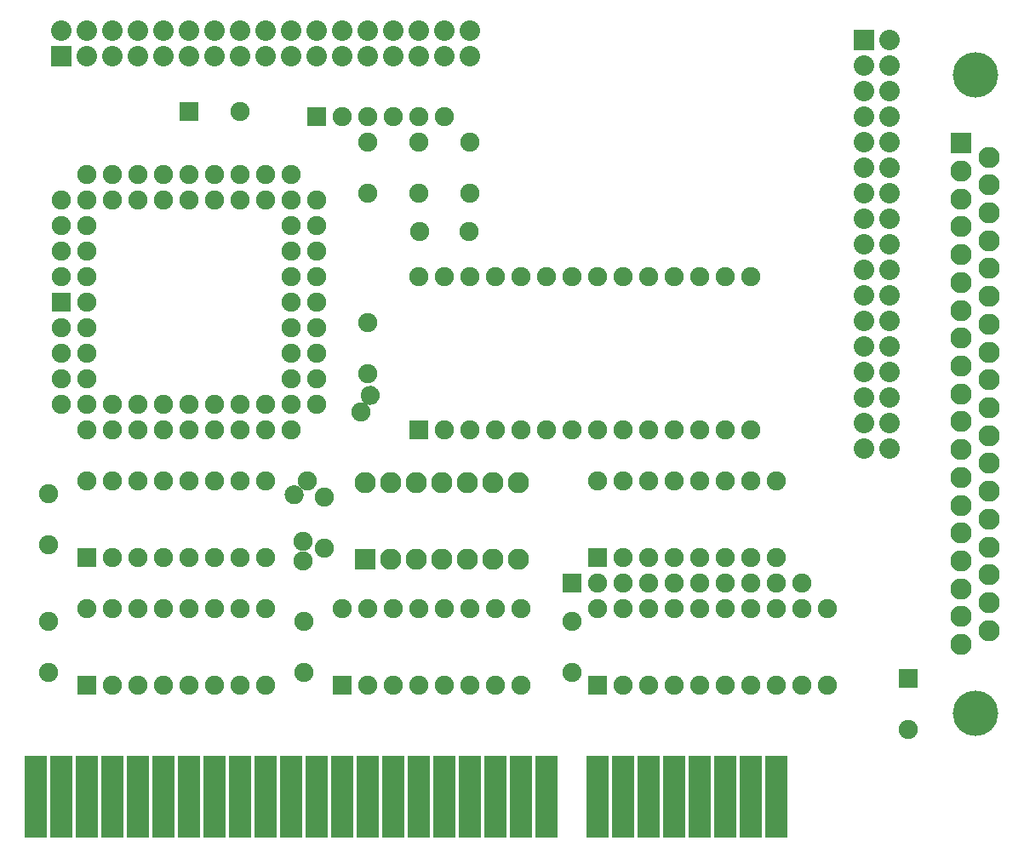
<source format=gts>
%TF.GenerationSoftware,KiCad,Pcbnew,(5.1.6-0)*%
%TF.CreationDate,2020-08-03T06:06:21-05:00*%
%TF.ProjectId,isa_fdc.kicad_DB37-v3_pcb,6973615f-6664-4632-9e6b-696361645f44,rev?*%
%TF.SameCoordinates,Original*%
%TF.FileFunction,Soldermask,Top*%
%TF.FilePolarity,Negative*%
%FSLAX46Y46*%
G04 Gerber Fmt 4.6, Leading zero omitted, Abs format (unit mm)*
G04 Created by KiCad (PCBNEW (5.1.6-0)) date 2020-08-03 06:06:21*
%MOMM*%
%LPD*%
G01*
G04 APERTURE LIST*
%ADD10C,1.908000*%
%ADD11C,4.508000*%
%ADD12C,2.108000*%
%ADD13R,2.108000X2.108000*%
%ADD14C,2.032000*%
%ADD15R,2.032000X2.032000*%
%ADD16O,1.908000X1.908000*%
%ADD17O,2.108000X2.108000*%
%ADD18C,1.905000*%
%ADD19R,1.905000X1.905000*%
%ADD20R,2.286000X8.128000*%
G04 APERTURE END LIST*
D10*
%TO.C,R3*%
X136440000Y-92220000D03*
G36*
G01*
X136913000Y-91400740D02*
X136913000Y-91400740D01*
G75*
G02*
X136563812Y-90097552I477000J826188D01*
G01*
X136563812Y-90097552D01*
G75*
G02*
X137867000Y-89748364I826188J-477000D01*
G01*
X137867000Y-89748364D01*
G75*
G02*
X138216188Y-91051552I-477000J-826188D01*
G01*
X138216188Y-91051552D01*
G75*
G02*
X136913000Y-91400740I-826188J477000D01*
G01*
G37*
%TD*%
D11*
%TO.C,P2*%
X197570000Y-58670000D03*
X197570000Y-122170000D03*
D12*
X198990000Y-113965000D03*
X198990000Y-111195000D03*
X198990000Y-108425000D03*
X198990000Y-105655000D03*
X198990000Y-102885000D03*
X198990000Y-100115000D03*
X198990000Y-97345000D03*
X198990000Y-94575000D03*
X198990000Y-91805000D03*
X198990000Y-89035000D03*
X198990000Y-86265000D03*
X198990000Y-83495000D03*
X198990000Y-80725000D03*
X198990000Y-77955000D03*
X198990000Y-75185000D03*
X198990000Y-72415000D03*
X198990000Y-69645000D03*
X198990000Y-66875000D03*
X196150000Y-115350000D03*
X196150000Y-112580000D03*
X196150000Y-109810000D03*
X196150000Y-107040000D03*
X196150000Y-104270000D03*
X196150000Y-101500000D03*
X196150000Y-98730000D03*
X196150000Y-95960000D03*
X196150000Y-93190000D03*
X196150000Y-90420000D03*
X196150000Y-87650000D03*
X196150000Y-84880000D03*
X196150000Y-82110000D03*
X196150000Y-79340000D03*
X196150000Y-76570000D03*
X196150000Y-73800000D03*
X196150000Y-71030000D03*
X196150000Y-68260000D03*
D13*
X196150000Y-65490000D03*
%TD*%
D14*
%TO.C,P3*%
X189010000Y-95870000D03*
X186470000Y-95870000D03*
X189010000Y-93330000D03*
X186470000Y-93330000D03*
X186470000Y-90790000D03*
X189010000Y-90790000D03*
X186470000Y-88250000D03*
X189010000Y-88250000D03*
X189010000Y-85710000D03*
X186470000Y-85710000D03*
X189010000Y-83170000D03*
X186470000Y-83170000D03*
X189010000Y-80630000D03*
X186470000Y-80630000D03*
X189010000Y-78090000D03*
X186470000Y-78090000D03*
X189010000Y-75550000D03*
X186470000Y-75550000D03*
X189010000Y-73010000D03*
X186470000Y-73010000D03*
X189010000Y-70470000D03*
X186470000Y-70470000D03*
X189010000Y-67930000D03*
X186470000Y-67930000D03*
X189010000Y-65390000D03*
X186470000Y-65390000D03*
X189010000Y-62850000D03*
X186470000Y-62850000D03*
X189010000Y-60310000D03*
X186470000Y-60310000D03*
X189010000Y-57770000D03*
X186470000Y-57770000D03*
X189010000Y-55230000D03*
D15*
X186470000Y-55230000D03*
%TD*%
D10*
%TO.C,R2*%
X130690000Y-105120000D03*
D16*
X130690000Y-107020000D03*
%TD*%
%TO.C,R1*%
G36*
G01*
X130501077Y-99778923D02*
X130501077Y-99778923D01*
G75*
G02*
X130501077Y-101128083I-674580J-674580D01*
G01*
X130501077Y-101128083D01*
G75*
G02*
X129151917Y-101128083I-674580J674580D01*
G01*
X129151917Y-101128083D01*
G75*
G02*
X129151917Y-99778923I674580J674580D01*
G01*
X129151917Y-99778923D01*
G75*
G02*
X130501077Y-99778923I674580J-674580D01*
G01*
G37*
D10*
X131170000Y-99110000D03*
%TD*%
D13*
%TO.C,U2*%
X136880000Y-106910000D03*
D17*
X152120000Y-99290000D03*
X139420000Y-106910000D03*
X149580000Y-99290000D03*
X141960000Y-106910000D03*
X147040000Y-99290000D03*
X144500000Y-106910000D03*
X144500000Y-99290000D03*
X147040000Y-106910000D03*
X141960000Y-99290000D03*
X149580000Y-106910000D03*
X139420000Y-99290000D03*
X152120000Y-106910000D03*
X136880000Y-99290000D03*
%TD*%
D18*
%TO.C,C2*%
X132790000Y-100680000D03*
X132790000Y-105760000D03*
%TD*%
D19*
%TO.C,SW1*%
X109220000Y-106680000D03*
D18*
X111760000Y-106680000D03*
X114300000Y-106680000D03*
X116840000Y-106680000D03*
X119380000Y-106680000D03*
X121920000Y-106680000D03*
X124460000Y-106680000D03*
X127000000Y-106680000D03*
X127000000Y-99060000D03*
X124460000Y-99060000D03*
X121920000Y-99060000D03*
X119380000Y-99060000D03*
X116840000Y-99060000D03*
X114300000Y-99060000D03*
X111760000Y-99060000D03*
X109220000Y-99060000D03*
%TD*%
D20*
%TO.C,BUS1*%
X177800000Y-130492500D03*
X175260000Y-130492500D03*
X172720000Y-130492500D03*
X170180000Y-130492500D03*
X167640000Y-130492500D03*
X165100000Y-130492500D03*
X162560000Y-130492500D03*
X160020000Y-130492500D03*
X154940000Y-130492500D03*
X152400000Y-130492500D03*
X149860000Y-130492500D03*
X147320000Y-130492500D03*
X144780000Y-130492500D03*
X142240000Y-130492500D03*
X139700000Y-130492500D03*
X137160000Y-130492500D03*
X134620000Y-130492500D03*
X132080000Y-130492500D03*
X129540000Y-130492500D03*
X127000000Y-130492500D03*
X124460000Y-130492500D03*
X121920000Y-130492500D03*
X119380000Y-130492500D03*
X116840000Y-130492500D03*
X114300000Y-130492500D03*
X111760000Y-130492500D03*
X109220000Y-130492500D03*
X106680000Y-130492500D03*
X104140000Y-130492500D03*
%TD*%
D18*
%TO.C,C11*%
X190890000Y-123800000D03*
D19*
X190890000Y-118720000D03*
%TD*%
%TO.C,C12*%
X119350000Y-62340000D03*
D18*
X124430000Y-62340000D03*
%TD*%
D19*
%TO.C,U5*%
X160020000Y-119380000D03*
D18*
X162560000Y-119380000D03*
X165100000Y-119380000D03*
X167640000Y-119380000D03*
X170180000Y-119380000D03*
X172720000Y-119380000D03*
X175260000Y-119380000D03*
X177800000Y-119380000D03*
X180340000Y-119380000D03*
X182880000Y-119380000D03*
X182880000Y-111760000D03*
X180340000Y-111760000D03*
X177800000Y-111760000D03*
X175260000Y-111760000D03*
X172720000Y-111760000D03*
X170180000Y-111760000D03*
X167640000Y-111760000D03*
X165100000Y-111760000D03*
X162560000Y-111760000D03*
X160020000Y-111760000D03*
%TD*%
D19*
%TO.C,U7*%
X109220000Y-119380000D03*
D18*
X111760000Y-119380000D03*
X114300000Y-119380000D03*
X116840000Y-119380000D03*
X119380000Y-119380000D03*
X121920000Y-119380000D03*
X124460000Y-119380000D03*
X127000000Y-119380000D03*
X127000000Y-111760000D03*
X124460000Y-111760000D03*
X121920000Y-111760000D03*
X119380000Y-111760000D03*
X116840000Y-111760000D03*
X114300000Y-111760000D03*
X111760000Y-111760000D03*
X109220000Y-111760000D03*
%TD*%
D19*
%TO.C,U6*%
X134620000Y-119380000D03*
D18*
X137160000Y-119380000D03*
X139700000Y-119380000D03*
X142240000Y-119380000D03*
X144780000Y-119380000D03*
X147320000Y-119380000D03*
X149860000Y-119380000D03*
X152400000Y-119380000D03*
X152400000Y-111760000D03*
X149860000Y-111760000D03*
X147320000Y-111760000D03*
X144780000Y-111760000D03*
X142240000Y-111760000D03*
X139700000Y-111760000D03*
X137160000Y-111760000D03*
X134620000Y-111760000D03*
%TD*%
D19*
%TO.C,SW2*%
X160020000Y-106680000D03*
D18*
X162560000Y-106680000D03*
X165100000Y-106680000D03*
X167640000Y-106680000D03*
X170180000Y-106680000D03*
X172720000Y-106680000D03*
X175260000Y-106680000D03*
X177800000Y-106680000D03*
X177800000Y-99060000D03*
X175260000Y-99060000D03*
X172720000Y-99060000D03*
X170180000Y-99060000D03*
X167640000Y-99060000D03*
X165100000Y-99060000D03*
X162560000Y-99060000D03*
X160020000Y-99060000D03*
%TD*%
%TO.C,C1*%
X105410000Y-100330000D03*
X105410000Y-105410000D03*
%TD*%
%TO.C,C7*%
X105410000Y-113030000D03*
X105410000Y-118110000D03*
%TD*%
%TO.C,C6*%
X130810000Y-113030000D03*
X130810000Y-118110000D03*
%TD*%
%TO.C,C5*%
X157470000Y-113020000D03*
X157470000Y-118100000D03*
%TD*%
%TO.C,C4*%
X137170000Y-83310000D03*
X137170000Y-88390000D03*
%TD*%
%TO.C,C16*%
X142240000Y-70485000D03*
X142240000Y-65405000D03*
%TD*%
%TO.C,C15*%
X147320000Y-70485000D03*
X147320000Y-65405000D03*
%TD*%
D19*
%TO.C,U4*%
X142240000Y-93980000D03*
D18*
X144780000Y-93980000D03*
X147320000Y-93980000D03*
X149860000Y-93980000D03*
X152400000Y-93980000D03*
X154940000Y-93980000D03*
X157480000Y-93980000D03*
X160020000Y-93980000D03*
X162560000Y-93980000D03*
X165100000Y-93980000D03*
X167640000Y-93980000D03*
X170180000Y-93980000D03*
X172720000Y-93980000D03*
X175260000Y-93980000D03*
X175260000Y-78740000D03*
X172720000Y-78740000D03*
X170180000Y-78740000D03*
X167640000Y-78740000D03*
X165100000Y-78740000D03*
X162560000Y-78740000D03*
X160020000Y-78740000D03*
X157480000Y-78740000D03*
X154940000Y-78740000D03*
X152400000Y-78740000D03*
X149860000Y-78740000D03*
X147320000Y-78740000D03*
X144780000Y-78740000D03*
X142240000Y-78740000D03*
%TD*%
%TO.C,C17*%
X137160000Y-65405000D03*
X137160000Y-70485000D03*
%TD*%
D19*
%TO.C,U1*%
X106680000Y-81280000D03*
D18*
X109220000Y-81280000D03*
X106680000Y-83820000D03*
X109220000Y-83820000D03*
X106680000Y-86360000D03*
X109220000Y-86360000D03*
X106680000Y-88900000D03*
X109220000Y-88900000D03*
X106680000Y-91440000D03*
X109220000Y-93980000D03*
X109220000Y-91440000D03*
X111760000Y-93980000D03*
X111760000Y-91440000D03*
X114300000Y-93980000D03*
X114300000Y-91440000D03*
X116840000Y-93980000D03*
X116840000Y-91440000D03*
X119380000Y-93980000D03*
X119380000Y-91440000D03*
X121920000Y-93980000D03*
X121920000Y-91440000D03*
X124460000Y-93980000D03*
X124460000Y-91440000D03*
X127000000Y-93980000D03*
X127000000Y-91440000D03*
X129540000Y-93980000D03*
X132080000Y-91440000D03*
X129540000Y-91440000D03*
X132080000Y-88900000D03*
X129540000Y-88900000D03*
X132080000Y-86360000D03*
X129540000Y-86360000D03*
X132080000Y-83820000D03*
X129540000Y-83820000D03*
X132080000Y-81280000D03*
X129540000Y-81280000D03*
X132080000Y-78740000D03*
X129540000Y-78740000D03*
X132080000Y-76200000D03*
X129540000Y-76200000D03*
X132080000Y-73660000D03*
X129540000Y-73660000D03*
X132080000Y-71120000D03*
X129540000Y-68580000D03*
X129540000Y-71120000D03*
X127000000Y-68580000D03*
X127000000Y-71120000D03*
X124460000Y-68580000D03*
X124460000Y-71120000D03*
X121920000Y-68580000D03*
X121920000Y-71120000D03*
X119380000Y-68580000D03*
X119380000Y-71120000D03*
X116840000Y-68580000D03*
X116840000Y-71120000D03*
X114300000Y-68580000D03*
X114300000Y-71120000D03*
X111760000Y-68580000D03*
X111760000Y-71120000D03*
X109220000Y-68580000D03*
X106680000Y-71120000D03*
X109220000Y-71120000D03*
X106680000Y-73660000D03*
X109220000Y-73660000D03*
X106680000Y-76200000D03*
X109220000Y-76200000D03*
X106680000Y-78740000D03*
X109220000Y-78740000D03*
%TD*%
D15*
%TO.C,P1*%
X106670000Y-56840000D03*
D14*
X106670000Y-54300000D03*
X109210000Y-56840000D03*
X109210000Y-54300000D03*
X111750000Y-56840000D03*
X111750000Y-54300000D03*
X114290000Y-56840000D03*
X114290000Y-54300000D03*
X116830000Y-56840000D03*
X116830000Y-54300000D03*
X119370000Y-56840000D03*
X119370000Y-54300000D03*
X121910000Y-56840000D03*
X121910000Y-54300000D03*
X124450000Y-56840000D03*
X124450000Y-54300000D03*
X126990000Y-56840000D03*
X126990000Y-54300000D03*
X129530000Y-56840000D03*
X129530000Y-54300000D03*
X132070000Y-56840000D03*
X132070000Y-54300000D03*
X134610000Y-56840000D03*
X134610000Y-54300000D03*
X137150000Y-56840000D03*
X137150000Y-54300000D03*
X139690000Y-54300000D03*
X139690000Y-56840000D03*
X142230000Y-54300000D03*
X142230000Y-56840000D03*
X144770000Y-56840000D03*
X144770000Y-54300000D03*
X147310000Y-56840000D03*
X147310000Y-54300000D03*
%TD*%
D19*
%TO.C,RR1*%
X157480000Y-109220000D03*
D18*
X160020000Y-109220000D03*
X162560000Y-109220000D03*
X165100000Y-109220000D03*
X167640000Y-109220000D03*
X170180000Y-109220000D03*
X172720000Y-109220000D03*
X175260000Y-109220000D03*
X177800000Y-109220000D03*
X180340000Y-109220000D03*
%TD*%
%TO.C,RR2*%
X144780000Y-62865000D03*
X142240000Y-62865000D03*
X139700000Y-62865000D03*
X137160000Y-62865000D03*
X134620000Y-62865000D03*
D19*
X132080000Y-62865000D03*
%TD*%
D18*
%TO.C,X1*%
X147220940Y-74295000D03*
X142339060Y-74295000D03*
%TD*%
M02*

</source>
